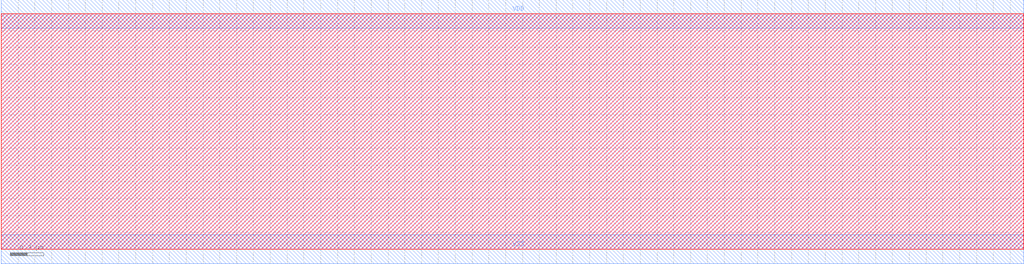
<source format=lef>
# Modified Nangate45 to add RVT / LVT
# Reduced to minimal size for filler testing

VERSION 5.6 ;
BUSBITCHARS "[]" ;
DIVIDERCHAR "/" ;

UNITS
  DATABASE MICRONS 2000 ;
END UNITS

MANUFACTURINGGRID 0.0050 ;

LAYER RVT
  TYPE IMPLANT ;
END RVT

LAYER LVT
  TYPE IMPLANT ;
END LVT

LAYER poly
  TYPE MASTERSLICE ;
END poly

LAYER active
  TYPE MASTERSLICE ;
END active

LAYER metal1
  TYPE ROUTING ;
  SPACING 0.065 ;
  WIDTH 0.07 ;
  PITCH 0.14 ;
  DIRECTION HORIZONTAL ;
END metal1

SITE FreePDK45_38x28_10R_NP_162NW_34O
  SYMMETRY y ;
  CLASS core ;
  SIZE 0.19 BY 1.4 ;
END FreePDK45_38x28_10R_NP_162NW_34O

MACRO FILLCELL_RVT_X1
  CLASS CORE SPACER ;
  ORIGIN 0 0 ;
  FOREIGN FILLCELL_X1 0 0 ;
  SIZE 0.19 BY 1.4 ;
  SYMMETRY X Y ;
  SITE FreePDK45_38x28_10R_NP_162NW_34O ;
  PIN VDD
    DIRECTION INOUT ;
    USE POWER ;
    SHAPE ABUTMENT ;
    PORT
      LAYER metal1 ;
        RECT 0 1.315 0.19 1.485 ;
    END
  END VDD
  PIN VSS
    DIRECTION INOUT ;
    USE GROUND ;
    SHAPE ABUTMENT ;
    PORT
      LAYER metal1 ;
        RECT 0 -0.085 0.19 0.085 ;
    END
  END VSS
  OBS
    LAYER RVT ;
      RECT 0 0 0.19 1.4 ;
  END
END FILLCELL_RVT_X1

MACRO FILLCELL_RVT_X16
  CLASS CORE SPACER ;
  ORIGIN 0 0 ;
  FOREIGN FILLCELL_X16 0 0 ;
  SIZE 3.04 BY 1.4 ;
  SYMMETRY X Y ;
  SITE FreePDK45_38x28_10R_NP_162NW_34O ;
  PIN VDD
    DIRECTION INOUT ;
    USE POWER ;
    SHAPE ABUTMENT ;
    PORT
      LAYER metal1 ;
        RECT 0 1.315 3.04 1.485 ;
    END
  END VDD
  PIN VSS
    DIRECTION INOUT ;
    USE GROUND ;
    SHAPE ABUTMENT ;
    PORT
      LAYER metal1 ;
        RECT 0 -0.085 3.04 0.085 ;
    END
  END VSS
  OBS
    LAYER RVT ;
      RECT 0 0 3.04 1.4 ;
  END
END FILLCELL_RVT_X16

MACRO FILLCELL_RVT_X2
  CLASS CORE SPACER ;
  ORIGIN 0 0 ;
  FOREIGN FILLCELL_X2 0 0 ;
  SIZE 0.38 BY 1.4 ;
  SYMMETRY X Y ;
  SITE FreePDK45_38x28_10R_NP_162NW_34O ;
  PIN VDD
    DIRECTION INOUT ;
    USE POWER ;
    SHAPE ABUTMENT ;
    PORT
      LAYER metal1 ;
        RECT 0 1.315 0.38 1.485 ;
    END
  END VDD
  PIN VSS
    DIRECTION INOUT ;
    USE GROUND ;
    SHAPE ABUTMENT ;
    PORT
      LAYER metal1 ;
        RECT 0 -0.085 0.38 0.085 ;
    END
  END VSS
  OBS
    LAYER RVT ;
      RECT 0 0 0.38 1.4 ;
  END
END FILLCELL_RVT_X2

MACRO FILLCELL_RVT_X32
  CLASS CORE SPACER ;
  ORIGIN 0 0 ;
  FOREIGN FILLCELL_X32 0 0 ;
  SIZE 6.08 BY 1.4 ;
  SYMMETRY X Y ;
  SITE FreePDK45_38x28_10R_NP_162NW_34O ;
  PIN VDD
    DIRECTION INOUT ;
    USE POWER ;
    SHAPE ABUTMENT ;
    PORT
      LAYER metal1 ;
        RECT 0 1.315 6.08 1.485 ;
    END
  END VDD
  PIN VSS
    DIRECTION INOUT ;
    USE GROUND ;
    SHAPE ABUTMENT ;
    PORT
      LAYER metal1 ;
        RECT 0 -0.085 6.08 0.085 ;
    END
  END VSS
  OBS
    LAYER RVT ;
      RECT 0 0 6.08 1.4 ;
  END
END FILLCELL_RVT_X32

MACRO FILLCELL_RVT_X4
  CLASS CORE SPACER ;
  ORIGIN 0 0 ;
  FOREIGN FILLCELL_X4 0 0 ;
  SIZE 0.76 BY 1.4 ;
  SYMMETRY X Y ;
  SITE FreePDK45_38x28_10R_NP_162NW_34O ;
  PIN VDD
    DIRECTION INOUT ;
    USE POWER ;
    SHAPE ABUTMENT ;
    PORT
      LAYER metal1 ;
        RECT 0 1.315 0.76 1.485 ;
    END
  END VDD
  PIN VSS
    DIRECTION INOUT ;
    USE GROUND ;
    SHAPE ABUTMENT ;
    PORT
      LAYER metal1 ;
        RECT 0 -0.085 0.76 0.085 ;
    END
  END VSS
  OBS
    LAYER RVT ;
      RECT 0 0 0.76 1.4 ;
  END
END FILLCELL_RVT_X4

MACRO FILLCELL_RVT_X8
  CLASS CORE SPACER ;
  ORIGIN 0 0 ;
  FOREIGN FILLCELL_X8 0 0 ;
  SIZE 1.52 BY 1.4 ;
  SYMMETRY X Y ;
  SITE FreePDK45_38x28_10R_NP_162NW_34O ;
  PIN VDD
    DIRECTION INOUT ;
    USE POWER ;
    SHAPE ABUTMENT ;
    PORT
      LAYER metal1 ;
        RECT 0 1.315 1.52 1.485 ;
    END
  END VDD
  PIN VSS
    DIRECTION INOUT ;
    USE GROUND ;
    SHAPE ABUTMENT ;
    PORT
      LAYER metal1 ;
        RECT 0 -0.085 1.52 0.085 ;
    END
  END VSS
  OBS
    LAYER RVT ;
      RECT 0 0 1.52 1.4 ;
  END
END FILLCELL_RVT_X8

MACRO FILLCELL_LVT_X1
  CLASS CORE SPACER ;
  ORIGIN 0 0 ;
  FOREIGN FILLCELL_X1 0 0 ;
  SIZE 0.19 BY 1.4 ;
  SYMMETRY X Y ;
  SITE FreePDK45_38x28_10R_NP_162NW_34O ;
  PIN VDD
    DIRECTION INOUT ;
    USE POWER ;
    SHAPE ABUTMENT ;
    PORT
      LAYER metal1 ;
        RECT 0 1.315 0.19 1.485 ;
    END
  END VDD
  PIN VSS
    DIRECTION INOUT ;
    USE GROUND ;
    SHAPE ABUTMENT ;
    PORT
      LAYER metal1 ;
        RECT 0 -0.085 0.19 0.085 ;
    END
  END VSS
  OBS
    LAYER LVT ;
      RECT 0 0 0.19 1.4 ;
  END
END FILLCELL_LVT_X1

MACRO FILLCELL_LVT_X16
  CLASS CORE SPACER ;
  ORIGIN 0 0 ;
  FOREIGN FILLCELL_X16 0 0 ;
  SIZE 3.04 BY 1.4 ;
  SYMMETRY X Y ;
  SITE FreePDK45_38x28_10R_NP_162NW_34O ;
  PIN VDD
    DIRECTION INOUT ;
    USE POWER ;
    SHAPE ABUTMENT ;
    PORT
      LAYER metal1 ;
        RECT 0 1.315 3.04 1.485 ;
    END
  END VDD
  PIN VSS
    DIRECTION INOUT ;
    USE GROUND ;
    SHAPE ABUTMENT ;
    PORT
      LAYER metal1 ;
        RECT 0 -0.085 3.04 0.085 ;
    END
  END VSS
  OBS
    LAYER LVT ;
      RECT 0 0 3.04 1.4 ;
  END
END FILLCELL_LVT_X16

MACRO FILLCELL_LVT_X2
  CLASS CORE SPACER ;
  ORIGIN 0 0 ;
  FOREIGN FILLCELL_X2 0 0 ;
  SIZE 0.38 BY 1.4 ;
  SYMMETRY X Y ;
  SITE FreePDK45_38x28_10R_NP_162NW_34O ;
  PIN VDD
    DIRECTION INOUT ;
    USE POWER ;
    SHAPE ABUTMENT ;
    PORT
      LAYER metal1 ;
        RECT 0 1.315 0.38 1.485 ;
    END
  END VDD
  PIN VSS
    DIRECTION INOUT ;
    USE GROUND ;
    SHAPE ABUTMENT ;
    PORT
      LAYER metal1 ;
        RECT 0 -0.085 0.38 0.085 ;
    END
  END VSS
  OBS
    LAYER LVT ;
      RECT 0 0 0.38 1.4 ;
  END
END FILLCELL_LVT_X2

MACRO FILLCELL_LVT_X32
  CLASS CORE SPACER ;
  ORIGIN 0 0 ;
  FOREIGN FILLCELL_X32 0 0 ;
  SIZE 6.08 BY 1.4 ;
  SYMMETRY X Y ;
  SITE FreePDK45_38x28_10R_NP_162NW_34O ;
  PIN VDD
    DIRECTION INOUT ;
    USE POWER ;
    SHAPE ABUTMENT ;
    PORT
      LAYER metal1 ;
        RECT 0 1.315 6.08 1.485 ;
    END
  END VDD
  PIN VSS
    DIRECTION INOUT ;
    USE GROUND ;
    SHAPE ABUTMENT ;
    PORT
      LAYER metal1 ;
        RECT 0 -0.085 6.08 0.085 ;
    END
  END VSS
  OBS
    LAYER LVT ;
      RECT 0 0 6.08 1.4 ;
  END
END FILLCELL_LVT_X32

MACRO FILLCELL_LVT_X4
  CLASS CORE SPACER ;
  ORIGIN 0 0 ;
  FOREIGN FILLCELL_X4 0 0 ;
  SIZE 0.76 BY 1.4 ;
  SYMMETRY X Y ;
  SITE FreePDK45_38x28_10R_NP_162NW_34O ;
  PIN VDD
    DIRECTION INOUT ;
    USE POWER ;
    SHAPE ABUTMENT ;
    PORT
      LAYER metal1 ;
        RECT 0 1.315 0.76 1.485 ;
    END
  END VDD
  PIN VSS
    DIRECTION INOUT ;
    USE GROUND ;
    SHAPE ABUTMENT ;
    PORT
      LAYER metal1 ;
        RECT 0 -0.085 0.76 0.085 ;
    END
  END VSS
  OBS
    LAYER LVT ;
      RECT 0 0 0.76 1.4 ;
  END
END FILLCELL_LVT_X4

MACRO FILLCELL_LVT_X8
  CLASS CORE SPACER ;
  ORIGIN 0 0 ;
  FOREIGN FILLCELL_X8 0 0 ;
  SIZE 1.52 BY 1.4 ;
  SYMMETRY X Y ;
  SITE FreePDK45_38x28_10R_NP_162NW_34O ;
  PIN VDD
    DIRECTION INOUT ;
    USE POWER ;
    SHAPE ABUTMENT ;
    PORT
      LAYER metal1 ;
        RECT 0 1.315 1.52 1.485 ;
    END
  END VDD
  PIN VSS
    DIRECTION INOUT ;
    USE GROUND ;
    SHAPE ABUTMENT ;
    PORT
      LAYER metal1 ;
        RECT 0 -0.085 1.52 0.085 ;
    END
  END VSS
  OBS
    LAYER LVT ;
      RECT 0 0 1.52 1.4 ;
  END
END FILLCELL_LVT_X8

MACRO INV_LVT
  CLASS CORE ;
  ORIGIN 0 0 ;
  FOREIGN INV_X1 0 0 ;
  SIZE 0.38 BY 1.4 ;
  SYMMETRY X Y ;
  SITE FreePDK45_38x28_10R_NP_162NW_34O ;
  PIN A
    DIRECTION INPUT ;
    USE SIGNAL ;
    PORT
      LAYER metal1 ;
        RECT 0.06 0.525 0.165 0.7 ;
    END
  END A
  PIN ZN
    DIRECTION OUTPUT ;
    USE SIGNAL ;
    PORT
      LAYER metal1 ;
        RECT 0.23 0.15 0.325 1.25 ;
    END
  END ZN
  PIN VDD
    DIRECTION INOUT ;
    USE POWER ;
    SHAPE ABUTMENT ;
    PORT
      LAYER metal1 ;
        RECT 0 1.315 0.38 1.485 ;
        RECT 0.04 0.975 0.11 1.485 ;
    END
  END VDD
  PIN VSS
    DIRECTION INOUT ;
    USE GROUND ;
    SHAPE ABUTMENT ;
    PORT
      LAYER metal1 ;
        RECT 0 -0.085 0.38 0.085 ;
        RECT 0.04 -0.085 0.11 0.425 ;
    END
  END VSS
  OBS
    LAYER LVT ;
      RECT 0 0 0.38 1.4 ;
  END
END INV_LVT

MACRO INV_RVT
  CLASS CORE ;
  ORIGIN 0 0 ;
  FOREIGN INV_X1 0 0 ;
  SIZE 0.38 BY 1.4 ;
  SYMMETRY X Y ;
  SITE FreePDK45_38x28_10R_NP_162NW_34O ;
  PIN A
    DIRECTION INPUT ;
    USE SIGNAL ;
    PORT
      LAYER metal1 ;
        RECT 0.06 0.525 0.165 0.7 ;
    END
  END A
  PIN ZN
    DIRECTION OUTPUT ;
    USE SIGNAL ;
    PORT
      LAYER metal1 ;
        RECT 0.23 0.15 0.325 1.25 ;
    END
  END ZN
  PIN VDD
    DIRECTION INOUT ;
    USE POWER ;
    SHAPE ABUTMENT ;
    PORT
      LAYER metal1 ;
        RECT 0 1.315 0.38 1.485 ;
        RECT 0.04 0.975 0.11 1.485 ;
    END
  END VDD
  PIN VSS
    DIRECTION INOUT ;
    USE GROUND ;
    SHAPE ABUTMENT ;
    PORT
      LAYER metal1 ;
        RECT 0 -0.085 0.38 0.085 ;
        RECT 0.04 -0.085 0.11 0.425 ;
    END
  END VSS
  OBS
    LAYER RVT ;
      RECT 0 0 0.38 1.4 ;
  END
END INV_RVT

END LIBRARY

</source>
